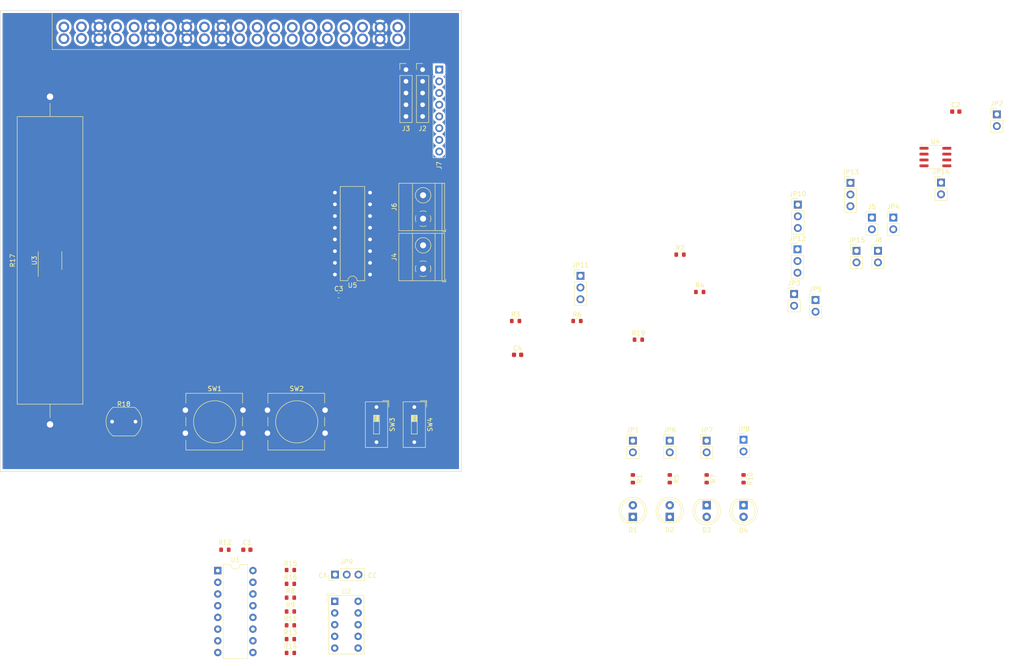
<source format=kicad_pcb>
(kicad_pcb (version 20211014) (generator pcbnew)
  (layers (0 "F.Cu" signal) (31 "B.Cu" signal) (34 "B.Paste" user) (35 "F.Paste" user) (36 "B.SilkS" user "B.Silkscreen") (37 "F.SilkS" user "F.Silkscreen") (38 "B.Mask" user) (39 "F.Mask" user) (44 "Edge.Cuts" user))
  (net 0 "")
  (net 1 "+5V")
  (net 2 "GND")
  (net 3 "Net-(C4-Pad1)")
  (net 4 "Net-(R1-Pad2)")
  (net 5 "Net-(R5-Pad2)")
  (net 6 "Net-(R7-Pad2)")
  (net 7 "Net-(R10-Pad2)")
  (net 8 "Net-(JP1-Pad2)")
  (net 9 "Net-(JP6-Pad2)")
  (net 10 "Net-(JP7-Pad2)")
  (net 11 "Net-(JP8-Pad2)")
  (net 14 "AO0")
  (net 16 "AI0+")
  (net 17 "AI1+")
  (net 18 "DIO0")
  (net 19 "DIO1")
  (net 20 "DIO2")
  (net 21 "DIO3")
  (net 22 "DIO4")
  (net 23 "DIO5")
  (net 24 "DIO6")
  (net 25 "DIO7")
  (net 26 "Net-(J4-Pad1)")
  (net 27 "Net-(J4-Pad2)")
  (net 28 "Net-(J5-Pad1)")
  (net 29 "Net-(J6-Pad1)")
  (net 30 "Net-(J6-Pad2)")
  (net 31 "Net-(J8-Pad1)")
  (net 32 "Net-(JP2-Pad1)")
  (net 33 "Net-(JP3-Pad1)")
  (net 34 "Net-(JP4-Pad1)")
  (net 35 "Net-(JP5-Pad1)")
  (net 36 "Net-(JP9-Pad2)")
  (net 37 "Net-(JP10-Pad1)")
  (net 38 "Net-(JP10-Pad3)")
  (net 39 "Net-(JP11-Pad1)")
  (net 40 "Net-(JP12-Pad2)")
  (net 41 "Net-(JP13-Pad2)")
  (net 42 "SHUNT")
  (net 43 "VDD")
  (net 44 "Net-(R8-Pad1)")
  (net 45 "Net-(R8-Pad2)")
  (net 46 "Net-(R9-Pad1)")
  (net 47 "Net-(R9-Pad2)")
  (net 48 "Net-(R11-Pad1)")
  (net 49 "Net-(R11-Pad2)")
  (net 50 "Net-(R12-Pad2)")
  (net 51 "Net-(R13-Pad1)")
  (net 52 "Net-(R13-Pad2)")
  (net 53 "Net-(R14-Pad1)")
  (net 54 "Net-(R14-Pad2)")
  (net 55 "Net-(R15-Pad1)")
  (net 56 "Net-(R15-Pad2)")
  (net 57 "Net-(R16-Pad1)")
  (net 58 "Net-(R16-Pad2)")
  (net 59 "Net-(R17-Pad2)")
  (footprint "Resistor_SMD:R_0603_1608Metric" (layer "F.Cu") (at 63.3325 181)
    (fp_text reference "R11" (at 0 -1.43) (layer "F.SilkS"))
    (fp_text value "680")
    (pad "1" smd roundrect (at -0.825 0) (size 0.8 0.95) (layers "F.Cu" "F.Paste" "F.Mask") (net 48 "Net-(R11-Pad1)"))
    (pad "2" smd roundrect (at 0.825 0) (size 0.8 0.95) (layers "F.Cu" "F.Paste" "F.Mask") (net 49 "Net-(R11-Pad2)"))
  )
  (footprint "LED_THT:LED_D5.0mm" (layer "F.Cu") (at 161.6 154.925 -90)
    (fp_text reference "D4" (at 5.475 0 180) (layer "F.SilkS"))
    (fp_text value "LED")
    (pad "1" thru_hole rect (at 0 0 270) (size 1.8 1.8) (drill 0.9) (layers *.Cu *.Mask) (net 2 "GND"))
    (pad "2" thru_hole circle (at 2.54 0 270) (size 1.8 1.8) (drill 0.9) (layers *.Cu *.Mask) (net 7 "Net-(R10-Pad2)"))
  )
  (footprint "Library:SW_PUSH-12mm_Wuerth-430476085716" (layer "F.Cu") (at 40.55 134.3)
    (fp_text reference "SW1" (at 6.35 -4.66) (layer "F.SilkS"))
    (fp_text value "SW_Push")
    (pad "1" thru_hole oval (at 12.5 0) (size 3 2.5) (drill 1.2) (layers *.Cu *.Mask) (net 22 "DIO4"))
    (pad "1" thru_hole oval (at 0 0) (size 3 2.5) (drill 1.2) (layers *.Cu *.Mask) (net 22 "DIO4"))
    (pad "2" thru_hole oval (at 12.5 5) (size 3 2.5) (drill 1.2) (layers *.Cu *.Mask) (net 2 "GND"))
    (pad "2" thru_hole oval (at 0 5) (size 3 2.5) (drill 1.2) (layers *.Cu *.Mask) (net 2 "GND"))
  )
  (footprint "Connector_PinHeader_2.54mm:PinHeader_1x02_P2.54mm_Vertical" (layer "F.Cu") (at 177.22 110.4)
    (fp_text reference "JP5" (at 0 -2.33) (layer "F.SilkS"))
    (fp_text value "Jumper_2_Open")
    (pad "1" thru_hole rect (at 0 0) (size 1.7 1.7) (drill 1) (layers *.Cu *.Mask) (net 35 "Net-(JP5-Pad1)"))
    (pad "2" thru_hole oval (at 0 2.54) (size 1.7 1.7) (drill 1) (layers *.Cu *.Mask) (net 1 "+5V"))
  )
  (footprint "Capacitor_SMD:C_0603_1608Metric" (layer "F.Cu") (at 73.8 109.4)
    (fp_text reference "C3" (at 0 -1.43) (layer "F.SilkS"))
    (fp_text value "100n")
    (pad "1" smd roundrect (at -0.775 0) (size 0.9 0.95) (layers "F.Cu" "F.Paste" "F.Mask") (net 1 "+5V"))
    (pad "2" smd roundrect (at 0.775 0) (size 0.9 0.95) (layers "F.Cu" "F.Paste" "F.Mask") (net 2 "GND"))
  )
  (footprint "Button_Switch_THT:SW_DIP_SPSTx01_Slide_9.78x4.72mm_W7.62mm_P2.54mm" (layer "F.Cu") (at 90.2 133.6325 -90)
    (fp_text reference "SW4" (at 3.81 -3.42 90) (layer "F.SilkS"))
    (fp_text value "SW_SPST")
    (pad "1" thru_hole rect (at 0 0 270) (size 1.6 1.6) (drill 0.8) (layers *.Cu *.Mask) (net 25 "DIO7"))
    (pad "2" thru_hole oval (at 7.62 0 270) (size 1.6 1.6) (drill 0.8) (layers *.Cu *.Mask) (net 2 "GND"))
  )
  (footprint "Connector_PinHeader_2.54mm:PinHeader_1x03_P2.54mm_Vertical" (layer "F.Cu") (at 173.37 89.7)
    (fp_text reference "JP10" (at 0 -2.33) (layer "F.SilkS"))
    (fp_text value "Jumper_3_Open")
    (pad "1" thru_hole rect (at 0 0) (size 1.7 1.7) (drill 1) (layers *.Cu *.Mask) (net 37 "Net-(JP10-Pad1)"))
    (pad "2" thru_hole oval (at 0 2.54) (size 1.7 1.7) (drill 1) (layers *.Cu *.Mask) (net 16 "AI0+"))
    (pad "3" thru_hole oval (at 0 5.08) (size 1.7 1.7) (drill 1) (layers *.Cu *.Mask) (net 38 "Net-(JP10-Pad3)"))
  )
  (footprint "Resistor_SMD:R_0603_1608Metric" (layer "F.Cu") (at 112.17 114.96)
    (fp_text reference "R3" (at 0 -1.43) (layer "F.SilkS"))
    (fp_text value "10k")
    (pad "1" smd roundrect (at -0.825 0) (size 0.8 0.95) (layers "F.Cu" "F.Paste" "F.Mask") (net 33 "Net-(JP3-Pad1)"))
    (pad "2" smd roundrect (at 0.825 0) (size 0.8 0.95) (layers "F.Cu" "F.Paste" "F.Mask") (net 23 "DIO5"))
  )
  (footprint "Connector_PinHeader_2.54mm:PinHeader_1x02_P2.54mm_Vertical" (layer "F.Cu") (at 137.6 140.925)
    (fp_text reference "JP1" (at 0 -2.33) (layer "F.SilkS"))
    (fp_text value "Jumper_2_Open")
    (pad "1" thru_hole rect (at 0 0) (size 1.7 1.7) (drill 1) (layers *.Cu *.Mask) (net 18 "DIO0"))
    (pad "2" thru_hole oval (at 0 2.54) (size 1.7 1.7) (drill 1) (layers *.Cu *.Mask) (net 8 "Net-(JP1-Pad2)"))
  )
  (footprint "Connector_PinHeader_2.54mm:PinHeader_1x02_P2.54mm_Vertical" (layer "F.Cu") (at 153.6 140.925)
    (fp_text reference "JP7" (at 0 -2.33) (layer "F.SilkS"))
    (fp_text value "Jumper_2_Open")
    (pad "1" thru_hole rect (at 0 0) (size 1.7 1.7) (drill 1) (layers *.Cu *.Mask) (net 20 "DIO2"))
    (pad "2" thru_hole oval (at 0 2.54) (size 1.7 1.7) (drill 1) (layers *.Cu *.Mask) (net 10 "Net-(JP7-Pad2)"))
  )
  (footprint "Connector_PinHeader_2.54mm:PinHeader_1x05_P2.54mm_Vertical" (layer "F.Cu") (at 92 60.4)
    (fp_text reference "J2" (at 0 12.8) (layer "F.SilkS"))
    (fp_text value "Conn_01x05_Male")
    (pad "1" thru_hole rect (at 0 0) (size 1.7 1.7) (drill 1) (layers *.Cu *.Mask) (net 1 "+5V"))
    (pad "2" thru_hole oval (at 0 2.54) (size 1.7 1.7) (drill 1) (layers *.Cu *.Mask) (net 1 "+5V"))
    (pad "3" thru_hole oval (at 0 5.08) (size 1.7 1.7) (drill 1) (layers *.Cu *.Mask) (net 1 "+5V"))
    (pad "4" thru_hole oval (at 0 7.62) (size 1.7 1.7) (drill 1) (layers *.Cu *.Mask) (net 1 "+5V"))
    (pad "5" thru_hole oval (at 0 10.16) (size 1.7 1.7) (drill 1) (layers *.Cu *.Mask) (net 1 "+5V"))
  )
  (footprint "Library:SW_PUSH-12mm_Wuerth-430476085716" (layer "F.Cu") (at 58.35 134.3)
    (fp_text reference "SW2" (at 6.35 -4.66) (layer "F.SilkS"))
    (fp_text value "SW_Push")
    (pad "1" thru_hole oval (at 0 0) (size 3 2.5) (drill 1.2) (layers *.Cu *.Mask) (net 23 "DIO5"))
    (pad "1" thru_hole oval (at 12.5 0) (size 3 2.5) (drill 1.2) (layers *.Cu *.Mask) (net 23 "DIO5"))
    (pad "2" thru_hole oval (at 0 5) (size 3 2.5) (drill 1.2) (layers *.Cu *.Mask) (net 2 "GND"))
    (pad "2" thru_hole oval (at 12.5 5) (size 3 2.5) (drill 1.2) (layers *.Cu *.Mask) (net 2 "GND"))
  )
  (footprint "Connector_PinHeader_2.54mm:PinHeader_1x02_P2.54mm_Vertical" (layer "F.Cu") (at 204.43 84.92)
    (fp_text reference "JP14" (at 0 -2.33) (layer "F.SilkS"))
    (fp_text value "Jumper_2_Open")
    (pad "1" thru_hole rect (at 0 0) (size 1.7 1.7) (drill 1) (layers *.Cu *.Mask) (net 31 "Net-(J8-Pad1)"))
    (pad "2" thru_hole oval (at 0 2.54) (size 1.7 1.7) (drill 1) (layers *.Cu *.Mask) (net 42 "SHUNT"))
  )
  (footprint "TerminalBlock_Phoenix:TerminalBlock_Phoenix_MKDS-1,5-2-5.08_1x02_P5.08mm_Horizontal" (layer "F.Cu") (at 92.105 92.745 90)
    (fp_text reference "J6" (at 2.54 -6.26 90) (layer "F.SilkS"))
    (fp_text value "Screw_Terminal_01x02")
    (pad "1" thru_hole rect (at 0 0 90) (size 2.6 2.6) (drill 1.3) (layers *.Cu *.Mask) (net 29 "Net-(J6-Pad1)"))
    (pad "2" thru_hole circle (at 5.08 0 90) (size 2.6 2.6) (drill 1.3) (layers *.Cu *.Mask) (net 30 "Net-(J6-Pad2)"))
  )
  (footprint "Capacitor_SMD:C_0603_1608Metric" (layer "F.Cu") (at 112.6 122.29)
    (fp_text reference "C4" (at 0 -1.43) (layer "F.SilkS"))
    (fp_text value "1n")
    (pad "1" smd roundrect (at -0.775 0) (size 0.9 0.95) (layers "F.Cu" "F.Paste" "F.Mask") (net 3 "Net-(C4-Pad1)"))
    (pad "2" smd roundrect (at 0.775 0) (size 0.9 0.95) (layers "F.Cu" "F.Paste" "F.Mask") (net 2 "GND"))
  )
  (footprint "LED_THT:LED_D5.0mm" (layer "F.Cu") (at 145.6 157.475 90)
    (fp_text reference "D2" (at -2.8 0 180) (layer "F.SilkS"))
    (fp_text value "LED")
    (pad "1" thru_hole rect (at 0 0 90) (size 1.8 1.8) (drill 0.9) (layers *.Cu *.Mask) (net 2 "GND"))
    (pad "2" thru_hole circle (at 2.54 0 90) (size 1.8 1.8) (drill 0.9) (layers *.Cu *.Mask) (net 5 "Net-(R5-Pad2)"))
  )
  (footprint "Resistor_SMD:R_0603_1608Metric" (layer "F.Cu") (at 63.3325 184)
    (fp_text reference "R13" (at 0 -1.43) (layer "F.SilkS"))
    (fp_text value "680")
    (pad "1" smd roundrect (at -0.825 0) (size 0.8 0.95) (layers "F.Cu" "F.Paste" "F.Mask") (net 51 "Net-(R13-Pad1)"))
    (pad "2" smd roundrect (at 0.825 0) (size 0.8 0.95) (layers "F.Cu" "F.Paste" "F.Mask") (net 52 "Net-(R13-Pad2)"))
  )
  (footprint "Resistor_SMD:R_0603_1608Metric" (layer "F.Cu") (at 63.3325 175)
    (fp_text reference "R8" (at 0 -1.43) (layer "F.SilkS"))
    (fp_text value "680")
    (pad "1" smd roundrect (at -0.825 0) (size 0.8 0.95) (layers "F.Cu" "F.Paste" "F.Mask") (net 44 "Net-(R8-Pad1)"))
    (pad "2" smd roundrect (at 0.825 0) (size 0.8 0.95) (layers "F.Cu" "F.Paste" "F.Mask") (net 45 "Net-(R8-Pad2)"))
  )
  (footprint "Button_Switch_THT:SW_DIP_SPSTx01_Slide_9.78x4.72mm_W7.62mm_P2.54mm" (layer "F.Cu") (at 82 133.6325 -90)
    (fp_text reference "SW3" (at 3.81 -3.42 90) (layer "F.SilkS"))
    (fp_text value "SW_SPST")
    (pad "1" thru_hole rect (at 0 0 270) (size 1.6 1.6) (drill 0.8) (layers *.Cu *.Mask) (net 24 "DIO6"))
    (pad "2" thru_hole oval (at 7.62 0 270) (size 1.6 1.6) (drill 0.8) (layers *.Cu *.Mask) (net 2 "GND"))
  )
  (footprint "Connector_PinHeader_2.54mm:PinHeader_1x02_P2.54mm_Vertical" (layer "F.Cu") (at 216.53 70.11)
    (fp_text reference "JP2" (at 0 -2.33) (layer "F.SilkS"))
    (fp_text value "Jumper_2_Open")
    (pad "1" thru_hole rect (at 0 0) (size 1.7 1.7) (drill 1) (layers *.Cu *.Mask) (net 32 "Net-(JP2-Pad1)"))
    (pad "2" thru_hole oval (at 0 2.54) (size 1.7 1.7) (drill 1) (layers *.Cu *.Mask) (net 1 "+5V"))
  )
  (footprint "Connector_PinHeader_2.54mm:PinHeader_1x03_P2.54mm_Vertical" (layer "F.Cu") (at 184.78 84.96)
    (fp_text reference "JP13" (at 0 -2.33) (layer "F.SilkS"))
    (fp_text value "Jumper_3_Open")
    (pad "1" thru_hole rect (at 0 0) (size 1.7 1.7) (drill 1) (layers *.Cu *.Mask) (net 2 "GND"))
    (pad "2" thru_hole oval (at 0 2.54) (size 1.7 1.7) (drill 1) (layers *.Cu *.Mask) (net 41 "Net-(JP13-Pad2)"))
    (pad "3" thru_hole oval (at 0 5.08) (size 1.7 1.7) (drill 1) (layers *.Cu *.Mask) (net 1 "+5V"))
  )
  (footprint "Connector_PinHeader_2.54mm:PinHeader_1x02_P2.54mm_Vertical" (layer "F.Cu") (at 161.6 140.725)
    (fp_text reference "JP8" (at 0 -2.33) (layer "F.SilkS"))
    (fp_text value "Jumper_2_Open")
    (pad "1" thru_hole rect (at 0 0) (size 1.7 1.7) (drill 1) (layers *.Cu *.Mask) (net 21 "DIO3"))
    (pad "2" thru_hole oval (at 0 2.54) (size 1.7 1.7) (drill 1) (layers *.Cu *.Mask) (net 11 "Net-(JP8-Pad2)"))
  )
  (footprint "Library:OSTV7XX3151" (layer "F.Cu") (at 14.205 51.1375)
    (fp_text reference "J1" hide)
    (fp_text value "OSTV7XX3151")
    (pad "1" thru_hole circle (at 0 2.54) (size 2.3 2.3) (drill 1.4) (layers *.Cu *.Mask))
    (pad "1" thru_hole circle (at 0 0) (size 2.3 2.3) (drill 1.4) (layers *.Cu *.Mask))
    (pad "1" thru_hole circle (at 0 2.54) (size 2.3 2.3) (drill 1.4) (layers *.Cu *.Mask))
    (pad "2" thru_hole circle (at 3.81 2.5) (size 2.3 2.3) (drill 1.4) (layers *.Cu *.Mask))
    (pad "2" thru_hole circle (at 3.81 -0.04) (size 2.3 2.3) (drill 1.4) (layers *.Cu *.Mask))
    (pad "2" thru_hole circle (at 3.81 2.5) (size 2.3 2.3) (drill 1.4) (layers *.Cu *.Mask))
    (pad "3" thru_hole circle (at 7.62 0) (size 2.3 2.3) (drill 1.4) (layers *.Cu *.Mask) (net 2 "GND"))
    (pad "3" thru_hole circle (at 7.62 2.54) (size 2.3 2.3) (drill 1.4) (layers *.Cu *.Mask) (net 2 "GND"))
    (pad "3" thru_hole circle (at 7.62 2.54) (size 2.3 2.3) (drill 1.4) (layers *.Cu *.Mask) (net 2 "GND"))
    (pad "4" thru_hole circle (at 11.43 2.5) (size 2.3 2.3) (drill 1.4) (layers *.Cu *.Mask) (net 14 "AO0"))
    (pad "4" thru_hole circle (at 11.43 -0.04) (size 2.3 2.3) (drill 1.4) (layers *.Cu *.Mask) (net 14 "AO0"))
    (pad "4" thru_hole circle (at 11.43 2.5) (size 2.3 2.3) (drill 1.4) (layers *.Cu *.Mask) (net 14 "AO0"))
    (pad "5" thru_hole circle (at 15.24 2.58) (size 2.3 2.3) (drill 1.4) (layers *.Cu *.Mask))
    (pad "5" thru_hole circle (at 15.24 0.04) (size 2.3 2.3) (drill 1.4) (layers *.Cu *.Mask))
    (pad "5" thru_hole circle (at 15.24 2.58) (size 2.3 2.3) (drill 1.4) (layers *.Cu *.Mask))
    (pad "6" thru_hole circle (at 19.05 2.54) (size 2.3 2.3) (drill 1.4) (layers *.Cu *.Mask) (net 2 "GND"))
    (pad "6" thru_hole circle (at 19.05 0) (size 2.3 2.3) (drill 1.4) (layers *.Cu *.Mask) (net 2 "GND"))
    (pad "6" thru_hole circle (at 19.05 2.54) (size 2.3 2.3) (drill 1.4) (layers *.Cu *.Mask) (net 2 "GND"))
    (pad "7" thru_hole circle (at 22.86 2.58) (size 2.3 2.3) (drill 1.4) (layers *.Cu *.Mask) (net 16 "AI0+"))
    (pad "7" thru_hole circle (at 22.86 2.58) (size 2.3 2.3) (drill 1.4) (layers *.Cu *.Mask) (net 16 "AI0+"))
    (pad "7" thru_hole circle (at 22.86 0.04) (size 2.3 2.3) (drill 1.4) (layers *.Cu *.Mask) (net 16 "AI0+"))
    (pad "8" thru_hole circle (at 26.67 2.54) (size 2.3 2.3) (drill 1.4) (layers *.Cu *.Mask) (net 2 "GND"))
    (pad "8" thru_hole circle (at 26.67 0) (size 2.3 2.3) (drill 1.4) (layers *.Cu *.Mask) (net 2 "GND"))
    (pad "8" thru_hole circle (at 26.67 2.54) (size 2.3 2.3) (drill 1.4) (layers *.Cu *.Mask) (net 2 "GND"))
    (pad "9" thru_hole circle (at 30.48 0) (size 2.3 2.3) (drill 1.4) (layers *.Cu *.Mask) (net 17 "AI1+"))
    (pad "9" thru_hole circle (at 30.48 2.54) (size 2.3 2.3) (drill 1.4) (layers *.Cu *.Mask) (net 17 "AI1+"))
    (pad "9" thru_hole circle (at 30.48 2.54) (size 2.3 2.3) (drill 1.4) (layers *.Cu *.Mask) (net 17 "AI1+"))
    (pad "10" thru_hole circle (at 34.29 2.58) (size 2.3 2.3) (drill 1.4) (layers *.Cu *.Mask) (net 2 "GND"))
    (pad "10" thru_hole circle (at 34.29 2.58) (size 2.3 2.3) (drill 1.4) (layers *.Cu *.Mask) (net 2 "GND"))
    (pad "10" thru_hole circle (at 34.29 0.04) (size 2.3 2.3) (drill 1.4) (layers *.Cu *.Mask) (net 2 "GND"))
    (pad "11" thru_hole circle (at 38.1 2.54) (size 2.3 2.3) (drill 1.4) (layers *.Cu *.Mask) (net 18 "DIO0"))
    (pad "11" thru_hole circle (at 38.1 2.54) (size 2.3 2.3) (drill 1.4) (layers *.Cu *.Mask) (net 18 "DIO0"))
    (pad "11" thru_hole circle (at 38.1 0) (size 2.3 2.3) (drill 1.4) (layers *.Cu *.Mask) (net 18 "DIO0"))
    (pad "12" thru_hole circle (at 41.91 2.62) (size 2.3 2.3) (drill 1.4) (layers *.Cu *.Mask) (net 19 "DIO1"))
    (pad "12" thru_hole circle (at 41.91 2.62) (size 2.3 2.3) (drill 1.4) (layers *.Cu *.Mask) (net 19 "DIO1"))
    (pad "12" thru_hole circle (at 41.91 0.08) (size 2.3 2.3) (drill 1.4) (layers *.Cu *.Mask) (net 19 "DIO1"))
    (pad "13" thru_hole circle (at 45.72 0.04) (size 2.3 2.3) (drill 1.4) (layers *.Cu *.Mask) (net 20 "DIO2"))
    (pad "13" thru_hole circle (at 45.72 2.58) (size 2.3 2.3) (drill 1.4) (layers *.Cu *.Mask) (net 20 "DIO2"))
    (pad "13" thru_hole circle (at 45.72 2.58) (size 2.3 2.3) (drill 1.4) (layers *.Cu *.Mask) (net 20 "DIO2"))
    (pad "14" thru_hole circle (at 49.53 0.08) (size 2.3 2.3) (drill 1.4) (layers *.Cu *.Mask) (net 21 "DIO3"))
    (pad "14" thru_hole circle (at 49.53 2.62) (size 2.3 2.3) (drill 1.4) (layers *.Cu *.Mask) (net 21 "DIO3"))
    (pad "14" thru_hole circle (at 49.53 2.62) (size 2.3 2.3) (drill 1.4) (layers *.Cu *.Mask) (net 21 "DIO3"))
    (pad "15" thru_hole circle (at 53.34 2.58) (size 2.3 2.3) (drill 1.4) (layers *.Cu *.Mask) (net 22 "DIO4"))
    (pad "15" thru_hole circle (at 53.34 0.04) (size 2.3 2.3) (drill 1.4) (layers *.Cu *.Mask) (net 22 "DIO4"))
    (pad "15" thru_hole circle (at 53.34 2.58) (size 2.3 2.3) (drill 1.4) (layers *.Cu *.Mask) (net 22 "DIO4"))
    (pad "16" thru_hole circle (at 57.15 2.54) (size 2.3 2.3) (drill 1.4) (layers *.Cu *.Mask) (net 23 "DIO5"))
    (pad "16" thru_hole circle (at 57.15 0) (size 2.3 2.3) (drill 1.4) (layers *.Cu *.Mask) (net 23 "DIO5"))
    (pad "16" thru_hole circle (at 57.15 2.54) (size 2.3 2.3) (drill 1.4) (layers *.Cu *.Mask) (net 23 "DIO5"))
    (pad "17" thru_hole circle (at 60.96 2.62) (size 2.3 2.3) (drill 1.4) (layers *.Cu *.Mask) (net 24 "DIO6"))
    (pad "17" thru_hole circle (at 60.96 2.62) (size 2.3 2.3) (drill 1.4) (layers *.Cu *.Mask) (net 24 "DIO6"))
    (pad "17" thru_hole circle (at 60.96 0.08) (size 2.3 2.3) (drill 1.4) (layers *.Cu *.Mask) (net 24 "DIO6"))
    (pad "18" thru_hole circle (at 64.77 2.58) (size 2.3 2.3) (drill 1.4) (layers *.Cu *.Mask) (net 25 "DIO7"))
    (pad "18" thru_hole circle (at 64.77 2.58) (size 2.3 2.3) (drill 1.4) (layers *.Cu *.Mask) (net 25 "DIO7"))
    (pad "18" thru_hole circle (at 64.77 0.04) (size 2.3 2.3) (drill 1.4) (layers *.Cu *.Mask) (net 25 "DIO7"))
    (pad "19" thru_hole circle (at 68.58 2.62) (size 2.3 2.3) (drill 1.4) (layers *.Cu *.Mask) (net 2 "GND"))
    (pad "19" thru_hole circle (at 68.58 2.62) (size 2.3 2.3) (drill 1.4) (layers *.Cu *.Mask) (net 2 "GND"))
    (pad "19" thru_hole circle (at 68.58 0.08) (size 2.3 2.3) (drill 1.4) (layers *.Cu *.Mask) (net 2 "GND"))
    (pad "20" thru_hole circle (at 72.39 2.58) (size 2.3 2.3) (drill 1.4) (layers *.Cu *.Mask) (net 1 "+5V"))
    (pad "20" thru_hole circle (at 72.39 2.58) (size 2.3 2.3) (drill 1.4) (layers *.Cu *.Mask) (net 1 "+5V"))
    (pad "20" thru_hole circle (at 72.39 0.04) (size 2.3 2.3) (drill 1.4) (layers *.Cu *.Mask) (net 1 "+5V"))
  )
  (footprint "Package_SO:SOIC-8_3.9x4.9mm_P1.27mm" (layer "F.Cu") (at 11.2 101.835 90)
    (fp_text reference "U3" (at 0 -3.4 90) (layer "F.SilkS"))
    (fp_text value "ACS712xLCTR-05B")
    (pad "1" smd roundrect (at -2.475 -1.905 90) (size 1.95 0.6) (layers "F.Cu" "F.Paste" "F.Mask") (net 59 "Net-(R17-Pad2)"))
    (pad "2" smd roundrect (at -2.475 -0.635 90) (size 1.95 0.6) (layers "F.Cu" "F.Paste" "F.Mask") (net 59 "Net-(R17-Pad2)"))
    (pad "3" smd roundrect (at -2.475 0.635 90) (size 1.95 0.6) (layers "F.Cu" "F.Paste" "F.Mask") (net 28 "Net-(J5-Pad1)"))
    (pad "4" smd roundrect (at -2.475 1.905 90) (size 1.95 0.6) (layers "F.Cu" "F.Paste" "F.Mask") (net 28 "Net-(J5-Pad1)"))
    (pad "5" smd roundrect (at 2.475 1.905 90) (size 1.95 0.6) (layers "F.Cu" "F.Paste" "F.Mask") (net 2 "GND"))
    (pad "6" smd roundrect (at 2.475 0.635 90) (size 1.95 0.6) (layers "F.Cu" "F.Paste" "F.Mask") (net 3 "Net-(C4-Pad1)"))
    (pad "7" smd roundrect (at 2.475 -0.635 90) (size 1.95 0.6) (layers "F.Cu" "F.Paste" "F.Mask") (net 37 "Net-(JP10-Pad1)"))
    (pad "8" smd roundrect (at 2.475 -1.905 90) (size 1.95 0.6) (layers "F.Cu" "F.Paste" "F.Mask") (net 1 "+5V"))
  )
  (footprint "Connector_PinHeader_2.54mm:PinHeader_1x03_P2.54mm_Vertical" (layer "F.Cu") (at 73.0075 170 90)
    (fp_text reference "JP9" (at 2.8 2.525 180) (layer "F.SilkS"))
    (fp_text value "Jumper_3_Open")
    (pad "1" thru_hole rect (at 0 0 90) (size 1.7 1.7) (drill 1) (layers *.Cu *.Mask) (net 1 "+5V"))
    (pad "2" thru_hole oval (at 0 2.54 90) (size 1.7 1.7) (drill 1) (layers *.Cu *.Mask) (net 36 "Net-(JP9-Pad2)"))
    (pad "3" thru_hole oval (at 0 5.08 90) (size 1.7 1.7) (drill 1) (layers *.Cu *.Mask) (net 2 "GND"))
  )
  (footprint "Package_DIP:DIP-16_W7.62mm" (layer "F.Cu") (at 47.585 169.125)
    (fp_text reference "U1" (at 3.81 -2.33) (layer "F.SilkS"))
    (fp_text value "74LS47")
    (pad "1" thru_hole rect (at 0 0) (size 1.6 1.6) (drill 0.8) (layers *.Cu *.Mask) (net 19 "DIO1"))
    (pad "2" thru_hole oval (at 0 2.54) (size 1.6 1.6) (drill 0.8) (layers *.Cu *.Mask) (net 20 "DIO2"))
    (pad "3" thru_hole oval (at 0 5.08) (size 1.6 1.6) (drill 0.8) (layers *.Cu *.Mask) (net 50 "Net-(R12-Pad2)"))
    (pad "4" thru_hole oval (at 0 7.62) (size 1.6 1.6) (drill 0.8) (layers *.Cu *.Mask) (net 50 "Net-(R12-Pad2)"))
    (pad "5" thru_hole oval (at 0 10.16) (size 1.6 1.6) (drill 0.8) (layers *.Cu *.Mask) (net 50 "Net-(R12-Pad2)"))
    (pad "6" thru_hole oval (at 0 12.7) (size 1.6 1.6) (drill 0.8) (layers *.Cu *.Mask) (net 21 "DIO3"))
    (pad "7" thru_hole oval (at 0 15.24) (size 1.6 1.6) (drill 0.8) (layers *.Cu *.Mask) (net 18 "DIO0"))
    (pad "8" thru_hole oval (at 0 17.78) (size 1.6 1.6) (drill 0.8) (layers *.Cu *.Mask) (net 2 "GND"))
    (pad "9" thru_hole oval (at 7.62 17.78) (size 1.6 1.6) (drill 0.8) (layers *.Cu *.Mask) (net 53 "Net-(R14-Pad1)"))
    (pad "10" thru_hole oval (at 7.62 15.24) (size 1.6 1.6) (drill 0.8) (layers *.Cu *.Mask) (net 51 "Net-(R13-Pad1)"))
    (pad "11" thru_hole oval (at 7.62 12.7) (size 1.6 1.6) (drill 0.8) (layers *.Cu *.Mask) (net 48 "Net-(R11-Pad1)"))
    (pad "12" thru_hole oval (at 7.62 10.16) (size 1.6 1.6) (drill 0.8) (layers *.Cu *.Mask) (net 46 "Net-(R9-Pad1)"))
    (pad "13" thru_hole oval (at 7.62 7.62) (size 1.6 1.6) (drill 0.8) (layers *.Cu *.Mask) (net 44 "Net-(R8-Pad1)"))
    (pad "14" thru_hole oval (at 7.62 5.08) (size 1.6 1.6) (drill 0.8) (layers *.Cu *.Mask) (net 57 "Net-(R16-Pad1)"))
    (pad "15" thru_hole oval (at 7.62 2.54) (size 1.6 1.6) (drill 0.8) (layers *.Cu *.Mask) (net 55 "Net-(R15-Pad1)"))
    (pad "16" thru_hole oval (at 7.62 0) (size 1.6 1.6) (drill 0.8) (layers *.Cu *.Mask) (net 1 "+5V"))
  )
  (footprint "OptoDevice:R_LDR_7x6mm_P5.1mm_Vertical" (layer "F.Cu") (at 24.66 136.8)
    (fp_text reference "R18" (at 2.54 -3.81) (layer "F.SilkS"))
    (fp_text value "R_Photo")
    (pad "1" thru_hole circle (at 0 0) (size 1.6 1.6) (drill 0.8) (layers *.Cu *.Mask) (net 1 "+5V"))
    (pad "2" thru_hole circle (at 5.08 0) (size 1.6 1.6) (drill 0.8) (layers *.Cu *.Mask) (net 38 "Net-(JP10-Pad3)"))
  )
  (footprint "Connector_PinHeader_2.54mm:PinHeader_1x02_P2.54mm_Vertical" (layer "F.Cu") (at 172.57 109.1)
    (fp_text reference "JP3" (at 0 -2.33) (layer "F.SilkS"))
    (fp_text value "Jumper_2_Open")
    (pad "1" thru_hole rect (at 0 0) (size 1.7 1.7) (drill 1) (layers *.Cu *.Mask) (net 33 "Net-(JP3-Pad1)"))
    (pad "2" thru_hole oval (at 0 2.54) (size 1.7 1.7) (drill 1) (layers *.Cu *.Mask) (net 1 "+5V"))
  )
  (footprint "Resistor_SMD:R_0603_1608Metric" (layer "F.Cu") (at 137.6 149.2 -90)
    (fp_text reference "R1" (at 0 -1.43 90) (layer "F.SilkS"))
    (fp_text value "1k")
    (pad "1" smd roundrect (at -0.825 0 270) (size 0.8 0.95) (layers "F.Cu" "F.Paste" "F.Mask") (net 8 "Net-(JP1-Pad2)"))
    (pad "2" smd roundrect (at 0.825 0 270) (size 0.8 0.95) (layers "F.Cu" "F.Paste" "F.Mask") (net 4 "Net-(R1-Pad2)"))
  )
  (footprint "Capacitor_SMD:C_0603_1608Metric" (layer "F.Cu") (at 53.885 164.6 180)
    (fp_text reference "C1" (at -0.0475 1.6 180) (layer "F.SilkS"))
    (fp_text value "100n")
    (pad "1" smd roundrect (at -0.775 0 180) (size 0.9 0.95) (layers "F.Cu" "F.Paste" "F.Mask") (net 1 "+5V"))
    (pad "2" smd roundrect (at 0.775 0 180) (size 0.9 0.95) (layers "F.Cu" "F.Paste" "F.Mask") (net 2 "GND"))
  )
  (footprint "Connector_PinHeader_2.54mm:PinHeader_1x02_P2.54mm_Vertical" (layer "F.Cu") (at 145.6 140.925)
    (fp_text reference "JP6" (at 0 -2.33) (layer "F.SilkS"))
    (fp_text value "Jumper_2_Open")
    (pad "1" thru_hole rect (at 0 0) (size 1.7 1.7) (drill 1) (layers *.Cu *.Mask) (net 19 "DIO1"))
    (pad "2" thru_hole oval (at 0 2.54) (size 1.7 1.7) (drill 1) (layers *.Cu *.Mask) (net 9 "Net-(JP6-Pad2)"))
  )
  (footprint "Package_DIP:DIP-16_W7.62mm" (layer "F.Cu") (at 80.6 104.875 180)
    (fp_text reference "U5" (at 3.81 -2.33) (layer "F.SilkS"))
    (fp_text value "L293D")
    (pad "1" thru_hole rect (at 0 0 180) (size 1.6 1.6) (drill 0.8) (layers *.Cu *.Mask) (net 40 "Net-(JP12-Pad2)"))
    (pad "2" thru_hole oval (at 0 2.54 180) (size 1.6 1.6) (drill 0.8) (layers *.Cu *.Mask) (net 18 "DIO0"))
    (pad "3" thru_hole oval (at 0 5.08 180) (size 1.6 1.6) (drill 0.8) (layers *.Cu *.Mask) (net 26 "Net-(J4-Pad1)"))
    (pad "4" thru_hole oval (at 0 7.62 180) (size 1.6 1.6) (drill 0.8) (layers *.Cu *.Mask) (net 2 "GND"))
    (pad "5" thru_hole oval (at 0 10.16 180) (size 1.6 1.6) (drill 0.8) (layers *.Cu *.Mask) (net 2 "GND"))
    (pad "6" thru_hole oval (at 0 12.7 180) (size 1.6 1.6) (drill 0.8) (layers *.Cu *.Mask) (net 27 "Net-(J4-Pad2)"))
    (pad "7" thru_hole oval (at 0 15.24 180) (size 1.6 1.6) (drill 0.8) (layers *.Cu *.Mask) (net 19 "DIO1"))
    (pad "8" thru_hole oval (at 0 17.78 180) (size 1.6 1.6) (drill 0.8) (layers *.Cu *.Mask) (net 43 "VDD"))
    (pad "9" thru_hole oval (at 7.62 17.78 180) (size 1.6 1.6) (drill 0.8) (layers *.Cu *.Mask) (net 41 "Net-(JP13-Pad2)"))
    (pad "10" thru_hole oval (at 7.62 15.24 180) (size 1.6 1.6) (drill 0.8) (layers *.Cu *.Mask) (net 20 "DIO2"))
    (pad "11" thru_hole oval (at 7.62 12.7 180) (size 1.6 1.6) (drill 0.8) (layers *.Cu *.Mask) (net 29 "Net-(J6-Pad1)"))
    (pad "12" thru_hole oval (at 7.62 10.16 180) (size 1.6 1.6) (drill 0.8) (layers *.Cu *.Mask) (net 2 "GND"))
    (pad "13" thru_hole oval (at 7.62 7.62 180) (size 1.6 1.6) (drill 0.8) (layers *.Cu *.Mask) (net 2 "GND"))
    (pad "14" thru_hole oval (at 7.62 5.08 180) (size 1.6 1.6) (drill 0.8) (layers *.Cu *.Mask) (net 30 "Net-(J6-Pad2)"))
    (pad "15" thru_hole oval (at 7.62 2.54 180) (size 1.6 1.6) (drill 0.8) (layers *.Cu *.Mask) (net 21 "DIO3"))
    (pad "16" thru_hole oval (at 7.62 0 180) (size 1.6 1.6) (drill 0.8) (layers *.Cu *.Mask) (net 1 "+5V"))
  )
  (footprint "Display_7Segment:HDSP-A151" (layer "F.Cu") (at 72.9325 175.7825)
    (fp_text reference "U2" (at 2.54 -2.159) (layer "F.SilkS"))
    (fp_text value "HDSP-7501")
    (pad "1" thru_hole rect (at 0 0) (size 1.6 1.6) (drill 0.8) (layers *.Cu *.Mask) (net 36 "Net-(JP9-Pad2)"))
    (pad "2" thru_hole circle (at 0 2.54) (size 1.6 1.6) (drill 0.8) (layers *.Cu *.Mask) (net 56 "Net-(R15-Pad2)"))
    (pad "3" thru_hole circle (at 0 5.08) (size 1.6 1.6) (drill 0.8) (layers *.Cu *.Mask) (net 58 "Net-(R16-Pad2)"))
    (pad "4" thru_hole circle (at 0 7.62) (size 1.6 1.6) (drill 0.8) (layers *.Cu *.Mask) (net 54 "Net-(R14-Pad2)"))
    (pad "5" thru_hole circle (at 0 10.16) (size 1.6 1.6) (drill 0.8) (layers *.Cu *.Mask) (net 52 "Net-(R13-Pad2)"))
    (pad "6" thru_hole circle (at 5.08 10.16) (size 1.6 1.6) (drill 0.8) (layers *.Cu *.Mask) (net 36 "Net-(JP9-Pad2)"))
    (pad "7" thru_hole circle (at 5.08 7.62) (size 1.6 1.6) (drill 0.8) (layers *.Cu *.Mask))
    (pad "8" thru_hole circle (at 5.08 5.08) (size 1.6 1.6) (drill 0.8) (layers *.Cu *.Mask) (net 49 "Net-(R11-Pad2)"))
    (pad "9" thru_hole circle (at 5.08 2.54) (size 1.6 1.6) (drill 0.8) (layers *.Cu *.Mask) (net 47 "Net-(R9-Pad2)"))
    (pad "10" thru_hole circle (at 5.08 0) (size 1.6 1.6) (drill 0.8) (layers *.Cu *.Mask) (net 45 "Net-(R8-Pad2)"))
  )
  (footprint "Connector_PinHeader_2.54mm:PinHeader_1x02_P2.54mm_Vertical" (layer "F.Cu") (at 186.1 99.71)
    (fp_text reference "JP15" (at 0 -2.33) (layer "F.SilkS"))
    (fp_text value "Jumper_2_Open")
    (pad "1" thru_hole rect (at 0 0) (size 1.7 1.7) (drill 1) (layers *.Cu *.Mask) (net 31 "Net-(J8-Pad1)"))
    (pad "2" thru_hole oval (at 0 2.54) (size 1.7 1.7) (drill 1) (layers *.Cu *.Mask) (net 43 "VDD"))
  )
  (footprint "Resistor_SMD:R_0603_1608Metric" (layer "F.Cu") (at 152.1 108.65)
    (fp_text reference "R4" (at 0 -1.43) (layer "F.SilkS"))
    (fp_text value "10k")
    (pad "1" smd roundrect (at -0.825 0) (size 0.8 0.95) (layers "F.Cu" "F.Paste" "F.Mask") (net 34 "Net-(JP4-Pad1)"))
    (pad "2" smd roundrect (at 0.825 0) (size 0.8 0.95) (layers "F.Cu" "F.Paste" "F.Mask") (net 24 "DIO6"))
  )
  (footprint "Capacitor_SMD:C_0603_1608Metric" (layer "F.Cu") (at 207.63 69.51)
    (fp_text reference "C2" (at 0 -1.43) (layer "F.SilkS"))
    (fp_text value "100n")
    (pad "1" smd roundrect (at -0.775 0) (size 0.9 0.95) (layers "F.Cu" "F.Paste" "F.Mask") (net 1 "+5V"))
    (pad "2" smd roundrect (at 0.775 0) (size 0.9 0.95) (layers "F.Cu" "F.Paste" "F.Mask") (net 2 "GND"))
  )
  (footprint "Connector_PinHeader_2.54mm:PinHeader_1x03_P2.54mm_Vertical" (layer "F.Cu") (at 126.23 105.15)
    (fp_text reference "JP11" (at 0 -2.33) (layer "F.SilkS"))
    (fp_text value "Jumper_3_Open")
    (pad "1" thru_hole rect (at 0 0) (size 1.7 1.7) (drill 1) (layers *.Cu *.Mask) (net 39 "Net-(JP11-Pad1)"))
    (pad "2" thru_hole oval (at 0 2.54) (size 1.7 1.7) (drill 1) (layers *.Cu *.Mask) (net 17 "AI1+"))
    (pad "3" thru_hole oval (at 0 5.08) (size 1.7 1.7) (drill 1) (layers *.Cu *.Mask) (net 14 "AO0"))
  )
  (footprint "Package_SO:SOIC-8_3.9x4.9mm_P1.27mm" (layer "F.Cu") (at 203.21 79.37)
    (fp_text reference "U4" (at 0 -3.4) (layer "F.SilkS"))
    (fp_text value "LM35-D")
    (pad "1" smd roundrect (at -2.475 -1.905) (size 1.95 0.6) (layers "F.Cu" "F.Paste" "F.Mask") (net 39 "Net-(JP11-Pad1)"))
    (pad "2" smd roundrect (at -2.475 -0.635) (size 1.95 0.6) (layers "F.Cu" "F.Paste" "F.Mask"))
    (pad "3" smd roundrect (at -2.475 0.635) (size 1.95 0.6) (layers "F.Cu" "F.Paste" "F.Mask"))
    (pad "4" smd roundrect (at -2.475 1.905) (size 1.95 0.6) (layers "F.Cu" "F.Paste" "F.Mask") (net 2 "GND"))
    (pad "5" smd roundrect (at 2.475 1.905) (size 1.95 0.6) (layers "F.Cu" "F.Paste" "F.Mask"))
    (pad "6" smd roundrect (at 2.475 0.635) (size 1.95 0.6) (layers "F.Cu" "F.Paste" "F.Mask"))
    (pad "7" smd roundrect (at 2.475 -0.635) (size 1.95 0.6) (layers "F.Cu" "F.Paste" "F.Mask"))
    (pad "8" smd roundrect (at 2.475 -1.905) (size 1.95 0.6) (layers "F.Cu" "F.Paste" "F.Mask") (net 1 "+5V"))
  )
  (footprint "LED_THT:LED_D5.0mm" (layer "F.Cu") (at 137.6 157.475 90)
    (fp_text reference "D1" (at -2.8 0 180) (layer "F.SilkS"))
    (fp_text value "LED")
    (pad "1" thru_hole rect (at 0 0 90) (size 1.8 1.8) (drill 0.9) (layers *.Cu *.Mask) (net 2 "GND"))
    (pad "2" thru_hole circle (at 2.54 0 90) (size 1.8 1.8) (drill 0.9) (layers *.Cu *.Mask) (net 4 "Net-(R1-Pad2)"))
  )
  (footprint "Connector_PinHeader_2.54mm:PinHeader_1x02_P2.54mm_Vertical" (layer "F.Cu") (at 190.75 99.71)
    (fp_text reference "J8" (at 0 -2.33) (layer "F.SilkS"))
    (fp_text value "Screw_Terminal_01x02")
    (pad "1" thru_hole rect (at 0 0) (size 1.7 1.7) (drill 1) (layers *.Cu *.Mask) (net 31 "Net-(J8-Pad1)"))
    (pad "2" thru_hole oval (at 0 2.54) (size 1.7 1.7) (drill 1) (layers *.Cu *.Mask) (net 31 "Net-(J8-Pad1)"))
  )
  (footprint "Resistor_SMD:R_0603_1608Metric" (layer "F.Cu") (at 63.3325 187)
    (fp_text reference "R14" (at 0 -1.43) (layer "F.SilkS"))
    (fp_text value "680")
    (pad "1" smd roundrect (at -0.825 0) (size 0.8 0.95) (layers "F.Cu" "F.Paste" "F.Mask") (net 53 "Net-(R14-Pad1)"))
    (pad "2" smd roundrect (at 0.825 0) (size 0.8 0.95) (layers "F.Cu" "F.Paste" "F.Mask") (net 54 "Net-(R14-Pad2)"))
  )
  (footprint "Connector_PinHeader_2.54mm:PinHeader_1x02_P2.54mm_Vertical" (layer "F.Cu") (at 194.08 92.51)
    (fp_text reference "JP4" (at 0 -2.33) (layer "F.SilkS"))
    (fp_text value "Jumper_2_Open")
    (pad "1" thru_hole rect (at 0 0) (size 1.7 1.7) (drill 1) (layers *.Cu *.Mask) (net 34 "Net-(JP4-Pad1)"))
    (pad "2" thru_hole oval (at 0 2.54) (size 1.7 1.7) (drill 1) (layers *.Cu *.Mask) (net 1 "+5V"))
  )
  (footprint "Library:R_Axial_Power_L60.0mm_W14.0mm_P71.12mm" (layer "F.Cu") (at 11.2 137.4 90)
    (fp_text reference "R17" (at 35.56 -8.12 90) (layer "F.SilkS"))
    (fp_text value "1R")
    (pad "1" thru_hole circle (at 0 0 90) (size 2.6 2.6) (drill 1.4) (layers *.Cu *.Mask) (net 42 "SHUNT"))
    (pad "2" thru_hole oval (at 71.12 0 90) (size 2.6 2.4) (drill 1.4) (layers *.Cu *.Mask) (net 59 "Net-(R17-Pad2)"))
  )
  (footprint "Resistor_SMD:R_0603_1608Metric" (layer "F.Cu") (at 63.3325 169)
    (fp_text reference "R15" (at 0 -1.43) (layer "F.SilkS"))
    (fp_text value "680")
    (pad "1" smd roundrect (at -0.825 0) (size 0.8 0.95) (layers "F.Cu" "F.Paste" "F.Mask") (net 55 "Net-(R15-Pad1)"))
    (pad "2" smd roundrect (at 0.825 0) (size 0.8 0.95) (layers "F.Cu" "F.Paste" "F.Mask") (net 56 "Net-(R15-Pad2)"))
  )
  (footprint "Connector_PinHeader_2.54mm:PinHeader_1x03_P2.54mm_Vertical" (layer "F.Cu") (at 173.3 99.4)
    (fp_text reference "JP12" (at 0 -2.33) (layer "F.SilkS"))
    (fp_text value "Jumper_3_Open")
    (pad "1" thru_hole rect (at 0 0) (size 1.7 1.7) (drill 1) (layers *.Cu *.Mask) (net 2 "GND"))
    (pad "2" thru_hole oval (at 0 2.54) (size 1.7 1.7) (drill 1) (layers *.Cu *.Mask) (net 40 "Net-(JP12-Pad2)"))
    (pad "3" thru_hole oval (at 0 5.08) (size 1.7 1.7) (drill 1) (layers *.Cu *.Mask) (net 1 "+5V"))
  )
  (footprint "Resistor_SMD:R_0603_1608Metric" (layer "F.Cu") (at 49.1325 164.6 180)
    (fp_text reference "R12" (at 0 1.6) (layer "F.SilkS"))
    (fp_text value "10k")
    (pad "1" smd roundrect (at -0.825 0 180) (size 0.8 0.95) (layers "F.Cu" "F.Paste" "F.Mask") (net 1 "+5V"))
    (pad "2" smd roundrect (at 0.825 0 180) (size 0.8 0.95) (layers "F.Cu" "F.Paste" "F.Mask") (net 50 "Net-(R12-Pad2)"))
  )
  (footprint "Resistor_SMD:R_0603_1608Metric" (layer "F.Cu") (at 161.6 149.2 -90)
    (fp_text reference "R10" (at 0 -1.43 90) (layer "F.SilkS"))
    (fp_text value "1k")
    (pad "1" smd roundrect (at -0.825 0 270) (size 0.8 0.95) (layers "F.Cu" "F.Paste" "F.Mask") (net 11 "Net-(JP8-Pad2)"))
    (pad "2" smd roundrect (at 0.825 0 270) (size 0.8 0.95) (layers "F.Cu" "F.Paste" "F.Mask") (net 7 "Net-(R10-Pad2)"))
  )
  (footprint "Resistor_SMD:R_0603_1608Metric" (layer "F.Cu") (at 125.48 114.96)
    (fp_text reference "R6" (at 0 -1.43) (layer "F.SilkS"))
    (fp_text value "10k")
    (pad "1" smd roundrect (at -0.825 0) (size 0.8 0.95) (layers "F.Cu" "F.Paste" "F.Mask") (net 35 "Net-(JP5-Pad1)"))
    (pad "2" smd roundrect (at 0.825 0) (size 0.8 0.95) (layers "F.Cu" "F.Paste" "F.Mask") (net 25 "DIO7"))
  )
  (footprint "Resistor_SMD:R_0603_1608Metric" (layer "F.Cu") (at 63.3325 172)
    (fp_text reference "R16" (at 0 -1.43) (layer "F.SilkS"))
    (fp_text value "680")
    (pad "1" smd roundrect (at -0.825 0) (size 0.8 0.95) (layers "F.Cu" "F.Paste" "F.Mask") (net 57 "Net-(R16-Pad1)"))
    (pad "2" smd roundrect (at 0.825 0) (size 0.8 0.95) (layers "F.Cu" "F.Paste" "F.Mask") (net 58 "Net-(R16-Pad2)"))
  )
  (footprint "LED_THT:LED_D5.0mm" (layer "F.Cu") (at 153.6 154.925 -90)
    (fp_text reference "D3" (at 5.4 0 180) (layer "F.SilkS"))
    (fp_text value "LED")
    (pad "1" thru_hole rect (at 0 0 270) (size 1.8 1.8) (drill 0.9) (layers *.Cu *.Mask) (net 2 "GND"))
    (pad "2" thru_hole circle (at 2.54 0 270) (size 1.8 1.8) (drill 0.9) (layers *.Cu *.Mask) (net 6 "Net-(R7-Pad2)"))
  )
  (footprint "Resistor_SMD:R_0603_1608Metric" (layer "F.Cu") (at 145.6 149.2 -90)
    (fp_text reference "R5" (at 0 -1.43 90) (layer "F.SilkS"))
    (fp_text value "1k")
    (pad "1" smd roundrect (at -0.825 0 270) (size 0.8 0.95) (layers "F.Cu" "F.Paste" "F.Mask") (net 9 "Net-(JP6-Pad2)"))
    (pad "2" smd roundrect (at 0.825 0 270) (size 0.8 0.95) (layers "F.Cu" "F.Paste" "F.Mask") (net 5 "Net-(R5-Pad2)"))
  )
  (footprint "Resistor_SMD:R_0603_1608Metric" (layer "F.Cu") (at 138.79 119.01)
    (fp_text reference "R19" (at 0 -1.43) (layer "F.SilkS"))
    (fp_text value "10k")
    (pad "1" smd roundrect (at -0.825 0) (size 0.8 0.95) (layers "F.Cu" "F.Paste" "F.Mask") (net 38 "Net-(JP10-Pad3)"))
    (pad "2" smd roundrect (at 0.825 0) (size 0.8 0.95) (layers "F.Cu" "F.Paste" "F.Mask") (net 2 "GND"))
  )
  (footprint "Connector_PinHeader_2.54mm:PinHeader_1x02_P2.54mm_Vertical" (layer "F.Cu") (at 189.43 92.51)
    (fp_text reference "J5" (at 0 -2.33) (layer "F.SilkS"))
    (fp_text value "Screw_Terminal_01x02")
    (pad "1" thru_hole rect (at 0 0) (size 1.7 1.7) (drill 1) (layers *.Cu *.Mask) (net 28 "Net-(J5-Pad1)"))
    (pad "2" thru_hole oval (at 0 2.54) (size 1.7 1.7) (drill 1) (layers *.Cu *.Mask) (net 28 "Net-(J5-Pad1)"))
  )
  (footprint "Connector_PinHeader_2.54mm:PinHeader_1x05_P2.54mm_Vertical" (layer "F.Cu") (at 88.4 60.4)
    (fp_text reference "J3" (at 0 12.8) (layer "F.SilkS"))
    (fp_text value "Conn_01x05_Male")
    (pad "1" thru_hole rect (at 0 0) (size 1.7 1.7) (drill 1) (layers *.Cu *.Mask) (net 2 "GND"))
    (pad "2" thru_hole oval (at 0 2.54) (size 1.7 1.7) (drill 1) (layers *.Cu *.Mask) (net 2 "GND"))
    (pad "3" thru_hole oval (at 0 5.08) (size 1.7 1.7) (drill 1) (layers *.Cu *.Mask) (net 2 "GND"))
    (pad "4" thru_hole oval (at 0 7.62) (size 1.7 1.7) (drill 1) (layers *.Cu *.Mask) (net 2 "GND"))
    (pad "5" thru_hole oval (at 0 10.16) (size 1.7 1.7) (drill 1) (layers *.Cu *.Mask) (net 2 "GND"))
  )
  (footprint "Connector_PinHeader_2.54mm:PinHeader_1x08_P2.54mm_Vertical" (layer "F.Cu") (at 95.6 60.4)
    (fp_text reference "J7" (at 0 20.8 90) (layer "F.SilkS"))
    (fp_text value "Conn_01x08_Male")
    (pad "1" thru_hole rect (at 0 0) (size 1.7 1.7) (drill 1) (layers *.Cu *.Mask) (net 25 "DIO7"))
    (pad "2" thru_hole oval (at 0 2.54) (size 1.7 1.7) (drill 1) (layers *.Cu *.Mask) (net 24 "DIO6"))
    (pad "3" thru_hole oval (at 0 5.08) (size 1.7 1.7) (drill 1) (layers *.Cu *.Mask) (net 23 "DIO5"))
    (pad "4" thru_hole oval (at 0 7.62) (size 1.7 1.7) (drill 1) (layers *.Cu *.Mask) (net 22 "DIO4"))
    (pad "5" thru_hole oval (at 0 10.16) (size 1.7 1.7) (drill 1) (layers *.Cu *.Mask) (net 21 "DIO3"))
    (pad "6" thru_hole oval (at 0 12.7) (size 1.7 1.7) (drill 1) (layers *.Cu *.Mask) (net 20 "DIO2"))
    (pad "7" thru_hole oval (at 0 15.24) (size 1.7 1.7) (drill 1) (layers *.Cu *.Mask) (net 19 "DIO1"))
    (pad "8" thru_hole oval (at 0 17.78) (size 1.7 1.7) (drill 1) (layers *.Cu *.Mask) (net 18 "DIO0"))
  )
  (footprint "Resistor_SMD:R_0603_1608Metric" (layer "F.Cu") (at 63.3325 178)
    (fp_text reference "R9" (at 0 -1.43) (layer "F.SilkS"))
    (fp_text value "680")
    (pad "1" smd roundrect (at -0.825 0) (size 0.8 0.95) (layers "F.Cu" "F.Paste" "F.Mask") (net 46 "Net-(R9-Pad1)"))
    (pad "2" smd roundrect (at 0.825 0) (size 0.8 0.95) (layers "F.Cu" "F.Paste" "F.Mask") (net 47 "Net-(R9-Pad2)"))
  )
  (footprint "Resistor_SMD:R_0603_1608Metric" (layer "F.Cu") (at 153.6 149.2 -90)
    (fp_text reference "R7" (at 0 -1.43 90) (layer "F.SilkS"))
    (fp_text value "1k")
    (pad "1" smd roundrect (at -0.825 0 270) (size 0.8 0.95) (layers "F.Cu" "F.Paste" "F.Mask") (net 10 "Net-(JP7-Pad2)"))
    (pad "2" smd roundrect (at 0.825 0 270) (size 0.8 0.95) (layers "F.Cu" "F.Paste" "F.Mask") (net 6 "Net-(R7-Pad2)"))
  )
  (footprint "Resistor_SMD:R_0603_1608Metric" (layer "F.Cu") (at 147.83 100.55)
    (fp_text reference "R2" (at 0 -1.43) (layer "F.SilkS"))
    (fp_text value "10k")
    (pad "1" smd roundrect (at -0.825 0) (size 0.8 0.95) (layers "F.Cu" "F.Paste" "F.Mask") (net 32 "Net-(JP2-Pad1)"))
    (pad "2" smd roundrect (at 0.825 0) (size 0.8 0.95) (layers "F.Cu" "F.Paste" "F.Mask") (net 22 "DIO4"))
  )
  (footprint "TerminalBlock_Phoenix:TerminalBlock_Phoenix_MKDS-1,5-2-5.08_1x02_P5.08mm_Horizontal" (layer "F.Cu") (at 92.105 103.61 90)
    (fp_text reference "J4" (at 2.54 -6.26 90) (layer "F.SilkS"))
    (fp_text value "Screw_Terminal_01x02")
    (pad "1" thru_hole rect (at 0 0 90) (size 2.6 2.6) (drill 1.3) (layers *.Cu *.Mask) (net 26 "Net-(J4-Pad1)"))
    (pad "2" thru_hole circle (at 5.08 0 90) (size 2.6 2.6) (drill 1.3) (layers *.Cu *.Mask) (net 27 "Net-(J4-Pad2)"))
  )
  (gr_rect (start 0.4 47.6) (end 100.4 147.6) (layer "Edge.Cuts") (width 0.1) (fill none))
  (gr_text "CA" (at 70.3325 170.2) (layer "F.SilkS") (effects (font (size 1 1))))
  (gr_text "CC" (at 81.1325 170.2) (layer "F.SilkS") (effects (font (size 1 1))))
  (zone (net 2) (net_name "GND") (layer "B.Cu") (connect_pads (clearance 0.508)) (min_thickness 0.254) (fill yes (thermal_gap 0.508) (thermal_bridge_width 0.508))
    (polygon (pts (xy 100.4 147.6) (xy 0.4 147.6) (xy 0.4 47.6) (xy 100.4 47.6)))
  )
)
</source>
